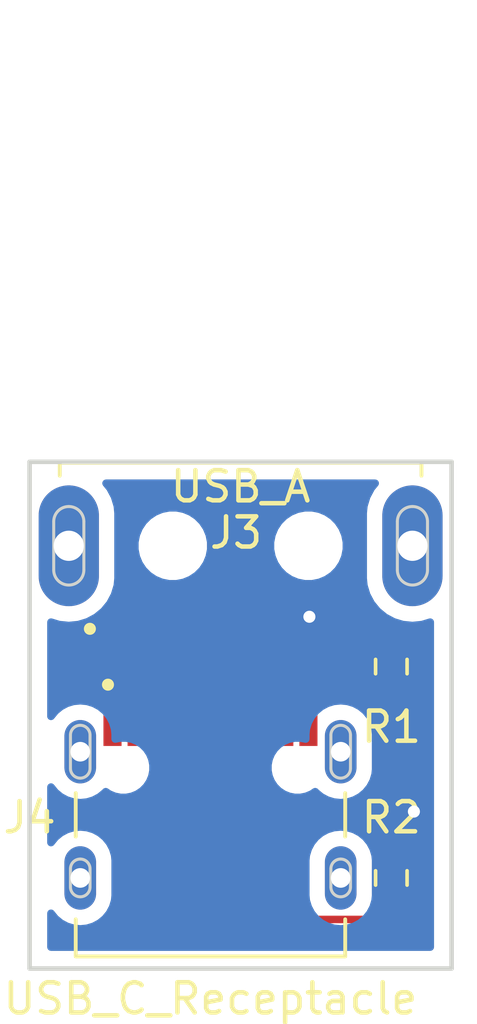
<source format=kicad_pcb>
(kicad_pcb (version 20171130) (host pcbnew "(5.1.10)-1")

  (general
    (thickness 1.6)
    (drawings 4)
    (tracks 41)
    (zones 0)
    (modules 4)
    (nets 10)
  )

  (page A4)
  (layers
    (0 F.Cu signal)
    (31 B.Cu signal)
    (32 B.Adhes user)
    (33 F.Adhes user)
    (34 B.Paste user)
    (35 F.Paste user)
    (36 B.SilkS user)
    (37 F.SilkS user)
    (38 B.Mask user)
    (39 F.Mask user)
    (40 Dwgs.User user)
    (41 Cmts.User user)
    (42 Eco1.User user)
    (43 Eco2.User user)
    (44 Edge.Cuts user)
    (45 Margin user)
    (46 B.CrtYd user)
    (47 F.CrtYd user)
    (48 B.Fab user)
    (49 F.Fab user)
  )

  (setup
    (last_trace_width 0.25)
    (trace_clearance 0.2)
    (zone_clearance 0.508)
    (zone_45_only no)
    (trace_min 0.2)
    (via_size 0.8)
    (via_drill 0.4)
    (via_min_size 0.4)
    (via_min_drill 0.3)
    (uvia_size 0.3)
    (uvia_drill 0.1)
    (uvias_allowed no)
    (uvia_min_size 0.2)
    (uvia_min_drill 0.1)
    (edge_width 0.05)
    (segment_width 0.2)
    (pcb_text_width 0.3)
    (pcb_text_size 1.5 1.5)
    (mod_edge_width 0.12)
    (mod_text_size 1 1)
    (mod_text_width 0.15)
    (pad_size 1.2 2)
    (pad_drill 0)
    (pad_to_mask_clearance 0)
    (aux_axis_origin 0 0)
    (visible_elements 7FFFF7FF)
    (pcbplotparams
      (layerselection 0x010fc_ffffffff)
      (usegerberextensions false)
      (usegerberattributes true)
      (usegerberadvancedattributes true)
      (creategerberjobfile true)
      (excludeedgelayer true)
      (linewidth 0.100000)
      (plotframeref false)
      (viasonmask false)
      (mode 1)
      (useauxorigin false)
      (hpglpennumber 1)
      (hpglpenspeed 20)
      (hpglpendiameter 15.000000)
      (psnegative false)
      (psa4output false)
      (plotreference true)
      (plotvalue true)
      (plotinvisibletext false)
      (padsonsilk false)
      (subtractmaskfromsilk false)
      (outputformat 1)
      (mirror false)
      (drillshape 1)
      (scaleselection 1)
      (outputdirectory ""))
  )

  (net 0 "")
  (net 1 "Net-(J3-Pad3)")
  (net 2 "Net-(J3-Pad2)")
  (net 3 "Net-(J3-Pad1)")
  (net 4 "Net-(J4-PadS1)")
  (net 5 "Net-(J4-PadB8)")
  (net 6 "Net-(J4-PadB5)")
  (net 7 "Net-(J4-PadA8)")
  (net 8 "Net-(J4-PadA5)")
  (net 9 GND)

  (net_class Default "This is the default net class."
    (clearance 0.2)
    (trace_width 0.25)
    (via_dia 0.8)
    (via_drill 0.4)
    (uvia_dia 0.3)
    (uvia_drill 0.1)
    (add_net GND)
    (add_net "Net-(J3-Pad1)")
    (add_net "Net-(J3-Pad2)")
    (add_net "Net-(J3-Pad3)")
    (add_net "Net-(J4-PadA5)")
    (add_net "Net-(J4-PadA8)")
    (add_net "Net-(J4-PadB5)")
    (add_net "Net-(J4-PadB8)")
    (add_net "Net-(J4-PadS1)")
  )

  (module TYPE-C-31-M-12:HRO_TYPE-C-31-M-12 (layer F.Cu) (tedit 0) (tstamp 60B03FF2)
    (at 117 -4)
    (path /60AF1D62)
    (attr smd)
    (fp_text reference J4 (at -6 -2) (layer F.SilkS)
      (effects (font (size 1 1) (thickness 0.15)))
    )
    (fp_text value USB_C_Receptacle (at 0 4 180) (layer F.SilkS)
      (effects (font (size 1 1) (thickness 0.15)))
    )
    (fp_circle (center -3.4 -6.4) (end -3.3 -6.4) (layer F.SilkS) (width 0.2))
    (fp_circle (center -3.4 -6.4) (end -3.3 -6.4) (layer Eco2.User) (width 0.2))
    (fp_line (start -5.095 -6.07) (end -5.095 2.85) (layer Eco1.User) (width 0.05))
    (fp_line (start 5.095 -6.07) (end -5.095 -6.07) (layer Eco1.User) (width 0.05))
    (fp_line (start 5.095 2.85) (end 5.095 -6.07) (layer Eco1.User) (width 0.05))
    (fp_line (start -5.095 2.85) (end 5.095 2.85) (layer Eco1.User) (width 0.05))
    (fp_line (start -4.47 2.6) (end -4.47 1.37) (layer F.SilkS) (width 0.127))
    (fp_line (start 4.47 2.6) (end -4.47 2.6) (layer F.SilkS) (width 0.127))
    (fp_line (start 4.47 1.37) (end 4.47 2.6) (layer F.SilkS) (width 0.127))
    (fp_line (start 4.47 -2.81) (end 4.47 -1.37) (layer F.SilkS) (width 0.127))
    (fp_line (start -4.47 -2.81) (end -4.47 -1.37) (layer F.SilkS) (width 0.127))
    (fp_line (start -4.47 -4.7) (end -4.47 2.6) (layer Eco2.User) (width 0.127))
    (fp_line (start 4.47 -4.7) (end -4.47 -4.7) (layer Eco2.User) (width 0.127))
    (fp_line (start 4.47 2.6) (end 4.47 -4.7) (layer Eco2.User) (width 0.127))
    (fp_line (start -4.47 2.6) (end 4.47 2.6) (layer Eco2.User) (width 0.127))
    (fp_line (start 4.645 0.3) (end 4.645 -0.3) (layer Edge.Cuts) (width 0.1))
    (fp_line (start 3.995 -0.3) (end 3.995 0.3) (layer Edge.Cuts) (width 0.1))
    (fp_line (start -3.995 0.3) (end -3.995 -0.3) (layer Edge.Cuts) (width 0.1))
    (fp_line (start -4.645 -0.3) (end -4.645 0.3) (layer Edge.Cuts) (width 0.1))
    (fp_line (start 4.645 -3.63) (end 4.645 -4.73) (layer Edge.Cuts) (width 0.1))
    (fp_line (start 3.995 -4.73) (end 3.995 -3.63) (layer Edge.Cuts) (width 0.1))
    (fp_line (start -3.995 -3.63) (end -3.995 -4.73) (layer Edge.Cuts) (width 0.1))
    (fp_line (start -4.645 -4.73) (end -4.645 -3.63) (layer Edge.Cuts) (width 0.1))
    (fp_arc (start 4.32 -0.3) (end 3.995 -0.3) (angle 90) (layer Edge.Cuts) (width 0.1))
    (fp_arc (start 4.32 -0.3) (end 4.32 -0.625) (angle 90) (layer Edge.Cuts) (width 0.1))
    (fp_arc (start 4.32 0.3) (end 4.645 0.3) (angle 90) (layer Edge.Cuts) (width 0.1))
    (fp_arc (start 4.32 0.3) (end 4.32 0.625) (angle 90) (layer Edge.Cuts) (width 0.1))
    (fp_arc (start -4.32 -0.3) (end -4.645 -0.3) (angle 90) (layer Edge.Cuts) (width 0.1))
    (fp_arc (start -4.32 -0.3) (end -4.32 -0.625) (angle 90) (layer Edge.Cuts) (width 0.1))
    (fp_arc (start -4.32 0.3) (end -3.995 0.3) (angle 90) (layer Edge.Cuts) (width 0.1))
    (fp_arc (start -4.32 0.3) (end -4.32 0.625) (angle 90) (layer Edge.Cuts) (width 0.1))
    (fp_arc (start 4.32 -4.73) (end 3.995 -4.73) (angle 90) (layer Edge.Cuts) (width 0.1))
    (fp_arc (start 4.32 -4.73) (end 4.32 -5.055) (angle 90) (layer Edge.Cuts) (width 0.1))
    (fp_arc (start 4.32 -3.63) (end 4.645 -3.63) (angle 90) (layer Edge.Cuts) (width 0.1))
    (fp_arc (start 4.32 -3.63) (end 4.32 -3.305) (angle 90) (layer Edge.Cuts) (width 0.1))
    (fp_arc (start -4.32 -4.73) (end -4.645 -4.73) (angle 90) (layer Edge.Cuts) (width 0.1))
    (fp_arc (start -4.32 -4.73) (end -4.32 -5.055) (angle 90) (layer Edge.Cuts) (width 0.1))
    (fp_arc (start -4.32 -3.63) (end -3.995 -3.63) (angle 90) (layer Edge.Cuts) (width 0.1))
    (fp_arc (start -4.32 -3.63) (end -4.32 -3.305) (angle 90) (layer Edge.Cuts) (width 0.1))
    (pad Hole np_thru_hole circle (at 2.89 -3.65) (size 0.7 0.7) (drill 0.7) (layers *.Cu *.Mask))
    (pad Hole np_thru_hole circle (at -2.89 -3.65) (size 0.7 0.7) (drill 0.7) (layers *.Cu *.Mask))
    (pad S4 thru_hole oval (at 4.32 0 90) (size 2.1 1.05) (drill 0.65) (layers *.Cu *.Mask))
    (pad S3 thru_hole oval (at -4.32 0 90) (size 2.1 1.05) (drill 0.65) (layers *.Cu *.Mask))
    (pad S2 thru_hole oval (at 4.32 -4.18 90) (size 2.1 1.05) (drill 0.65) (layers *.Cu *.Mask))
    (pad S1 thru_hole oval (at -4.32 -4.18 90) (size 2.1 1.05) (drill 0.65) (layers *.Cu *.Mask)
      (net 4 "Net-(J4-PadS1)"))
    (pad B1A12 smd rect (at 3.25 -5.095) (size 0.6 1.45) (layers F.Cu F.Paste))
    (pad B4A9 smd rect (at 2.45 -5.095) (size 0.6 1.45) (layers F.Cu F.Paste))
    (pad B5 smd rect (at 1.75 -5.095) (size 0.3 1.45) (layers F.Cu F.Paste)
      (net 6 "Net-(J4-PadB5)"))
    (pad A8 smd rect (at 1.25 -5.095) (size 0.3 1.45) (layers F.Cu F.Paste)
      (net 7 "Net-(J4-PadA8)"))
    (pad B6 smd rect (at 0.75 -5.095) (size 0.3 1.45) (layers F.Cu F.Paste)
      (net 1 "Net-(J3-Pad3)"))
    (pad A7 smd rect (at 0.25 -5.095) (size 0.3 1.45) (layers F.Cu F.Paste)
      (net 2 "Net-(J3-Pad2)"))
    (pad B8 smd rect (at -1.75 -5.095) (size 0.3 1.45) (layers F.Cu F.Paste)
      (net 5 "Net-(J4-PadB8)"))
    (pad A5 smd rect (at -1.25 -5.095) (size 0.3 1.45) (layers F.Cu F.Paste)
      (net 8 "Net-(J4-PadA5)"))
    (pad B7 smd rect (at -0.75 -5.095) (size 0.3 1.45) (layers F.Cu F.Paste)
      (net 2 "Net-(J3-Pad2)"))
    (pad A6 smd rect (at -0.25 -5.095) (size 0.3 1.45) (layers F.Cu F.Paste)
      (net 1 "Net-(J3-Pad3)"))
    (pad A4B9 smd rect (at -2.45 -5.095) (size 0.6 1.45) (layers F.Cu F.Paste))
    (pad A1B12 smd rect (at -3.25 -5.095) (size 0.6 1.45) (layers F.Cu F.Paste))
    (model "${KIPRJMOD}/Component Libraries/TYPE-C-31-M-12.step"
      (at (xyz 0 0 0))
      (scale (xyz 1 1 1))
      (rotate (xyz -90 0 0))
    )
  )

  (module Resistor_SMD:R_0603_1608Metric (layer F.Cu) (tedit 5F68FEEE) (tstamp 60B29E88)
    (at 123 -4 90)
    (descr "Resistor SMD 0603 (1608 Metric), square (rectangular) end terminal, IPC_7351 nominal, (Body size source: IPC-SM-782 page 72, https://www.pcb-3d.com/wordpress/wp-content/uploads/ipc-sm-782a_amendment_1_and_2.pdf), generated with kicad-footprint-generator")
    (tags resistor)
    (path /60B16707)
    (attr smd)
    (fp_text reference R2 (at 2 0 180) (layer F.SilkS)
      (effects (font (size 1 1) (thickness 0.15)))
    )
    (fp_text value 5.1k (at 0 2 90) (layer F.Fab)
      (effects (font (size 1 1) (thickness 0.15)))
    )
    (fp_line (start -0.8 0.4125) (end -0.8 -0.4125) (layer F.Fab) (width 0.1))
    (fp_line (start -0.8 -0.4125) (end 0.8 -0.4125) (layer F.Fab) (width 0.1))
    (fp_line (start 0.8 -0.4125) (end 0.8 0.4125) (layer F.Fab) (width 0.1))
    (fp_line (start 0.8 0.4125) (end -0.8 0.4125) (layer F.Fab) (width 0.1))
    (fp_line (start -0.237258 -0.5225) (end 0.237258 -0.5225) (layer F.SilkS) (width 0.12))
    (fp_line (start -0.237258 0.5225) (end 0.237258 0.5225) (layer F.SilkS) (width 0.12))
    (fp_line (start -1.48 0.73) (end -1.48 -0.73) (layer F.CrtYd) (width 0.05))
    (fp_line (start -1.48 -0.73) (end 1.48 -0.73) (layer F.CrtYd) (width 0.05))
    (fp_line (start 1.48 -0.73) (end 1.48 0.73) (layer F.CrtYd) (width 0.05))
    (fp_line (start 1.48 0.73) (end -1.48 0.73) (layer F.CrtYd) (width 0.05))
    (fp_text user %R (at 0 0 90) (layer F.Fab)
      (effects (font (size 0.4 0.4) (thickness 0.06)))
    )
    (pad 2 smd roundrect (at 0.825 0 90) (size 0.8 0.95) (layers F.Cu F.Paste F.Mask) (roundrect_rratio 0.25)
      (net 9 GND))
    (pad 1 smd roundrect (at -0.825 0 90) (size 0.8 0.95) (layers F.Cu F.Paste F.Mask) (roundrect_rratio 0.25)
      (net 8 "Net-(J4-PadA5)"))
    (model ${KISYS3DMOD}/Resistor_SMD.3dshapes/R_0603_1608Metric.wrl
      (at (xyz 0 0 0))
      (scale (xyz 1 1 1))
      (rotate (xyz 0 0 0))
    )
  )

  (module Resistor_SMD:R_0603_1608Metric (layer F.Cu) (tedit 5F68FEEE) (tstamp 60B29D71)
    (at 123 -11 90)
    (descr "Resistor SMD 0603 (1608 Metric), square (rectangular) end terminal, IPC_7351 nominal, (Body size source: IPC-SM-782 page 72, https://www.pcb-3d.com/wordpress/wp-content/uploads/ipc-sm-782a_amendment_1_and_2.pdf), generated with kicad-footprint-generator")
    (tags resistor)
    (path /60B15ED0)
    (attr smd)
    (fp_text reference R1 (at -2 0 180) (layer F.SilkS)
      (effects (font (size 1 1) (thickness 0.15)))
    )
    (fp_text value 5.1k (at 0 2 90) (layer F.Fab)
      (effects (font (size 1 1) (thickness 0.15)))
    )
    (fp_line (start 1.48 0.73) (end -1.48 0.73) (layer F.CrtYd) (width 0.05))
    (fp_line (start 1.48 -0.73) (end 1.48 0.73) (layer F.CrtYd) (width 0.05))
    (fp_line (start -1.48 -0.73) (end 1.48 -0.73) (layer F.CrtYd) (width 0.05))
    (fp_line (start -1.48 0.73) (end -1.48 -0.73) (layer F.CrtYd) (width 0.05))
    (fp_line (start -0.237258 0.5225) (end 0.237258 0.5225) (layer F.SilkS) (width 0.12))
    (fp_line (start -0.237258 -0.5225) (end 0.237258 -0.5225) (layer F.SilkS) (width 0.12))
    (fp_line (start 0.8 0.4125) (end -0.8 0.4125) (layer F.Fab) (width 0.1))
    (fp_line (start 0.8 -0.4125) (end 0.8 0.4125) (layer F.Fab) (width 0.1))
    (fp_line (start -0.8 -0.4125) (end 0.8 -0.4125) (layer F.Fab) (width 0.1))
    (fp_line (start -0.8 0.4125) (end -0.8 -0.4125) (layer F.Fab) (width 0.1))
    (fp_text user %R (at 0 0) (layer F.Fab)
      (effects (font (size 0.4 0.4) (thickness 0.06)))
    )
    (pad 1 smd roundrect (at -0.825 0 90) (size 0.8 0.95) (layers F.Cu F.Paste F.Mask) (roundrect_rratio 0.25)
      (net 6 "Net-(J4-PadB5)"))
    (pad 2 smd roundrect (at 0.825 0 90) (size 0.8 0.95) (layers F.Cu F.Paste F.Mask) (roundrect_rratio 0.25)
      (net 9 GND))
    (model ${KISYS3DMOD}/Resistor_SMD.3dshapes/R_0603_1608Metric.wrl
      (at (xyz 0 0 0))
      (scale (xyz 1 1 1))
      (rotate (xyz 0 0 0))
    )
  )

  (module USB_A:MOLEX_480-37-1000 (layer F.Cu) (tedit 60B0A4C2) (tstamp 60B3773A)
    (at 118 -15 180)
    (path /60AEAAA6)
    (attr smd)
    (fp_text reference J3 (at 0.15 0.43) (layer F.SilkS)
      (effects (font (size 1 1) (thickness 0.15)))
    )
    (fp_text value USB_A (at 0 1.96) (layer F.SilkS)
      (effects (font (size 1 1) (thickness 0.15)))
    )
    (fp_line (start -6.2 0.8) (end -6.2 -0.8) (layer Edge.Cuts) (width 0.1))
    (fp_line (start -5.2 -0.8) (end -5.2 0.8) (layer Edge.Cuts) (width 0.1))
    (fp_line (start 5.2 0.8) (end 5.2 -0.8) (layer Edge.Cuts) (width 0.1))
    (fp_line (start 6.2 -0.8) (end 6.2 0.8) (layer Edge.Cuts) (width 0.1))
    (fp_line (start 6 2.75) (end -6 2.75) (layer Eco2.User) (width 0.127))
    (fp_circle (center 5 -2.75) (end 5.1 -2.75) (layer Eco2.User) (width 0.2))
    (fp_circle (center 5 -2.75) (end 5.1 -2.75) (layer F.SilkS) (width 0.2))
    (fp_line (start 6.25 2.25) (end 6.25 18.05) (layer Eco1.User) (width 0.05))
    (fp_line (start 6.95 2.25) (end 6.25 2.25) (layer Eco1.User) (width 0.05))
    (fp_line (start 6.95 -3.85) (end 6.95 2.25) (layer Eco1.User) (width 0.05))
    (fp_line (start -6.95 -3.85) (end 6.95 -3.85) (layer Eco1.User) (width 0.05))
    (fp_line (start -6.95 2.25) (end -6.95 -3.85) (layer Eco1.User) (width 0.05))
    (fp_line (start -6.25 2.25) (end -6.95 2.25) (layer Eco1.User) (width 0.05))
    (fp_line (start -6.25 18.05) (end -6.25 2.25) (layer Eco1.User) (width 0.05))
    (fp_line (start 6.25 18.05) (end -6.25 18.05) (layer Eco1.User) (width 0.05))
    (fp_line (start 6 2.75) (end -6 2.75) (layer F.SilkS) (width 0.127))
    (fp_line (start 6 2.32) (end 6 2.75) (layer F.SilkS) (width 0.127))
    (fp_line (start -6 2.75) (end -6 2.32) (layer F.SilkS) (width 0.127))
    (fp_line (start 6 2.75) (end 6 17.8) (layer Eco2.User) (width 0.127))
    (fp_line (start 6 -1) (end 6 2.75) (layer Eco2.User) (width 0.127))
    (fp_line (start -6 -1) (end 6 -1) (layer Eco2.User) (width 0.127))
    (fp_line (start -6 2.75) (end -6 -1) (layer Eco2.User) (width 0.127))
    (fp_line (start -6 17.8) (end -6 2.75) (layer Eco2.User) (width 0.127))
    (fp_line (start 6 17.8) (end -6 17.8) (layer Eco2.User) (width 0.127))
    (fp_arc (start -5.7 -0.8) (end -5.2 -0.8) (angle -90) (layer Edge.Cuts) (width 0.1))
    (fp_arc (start -5.7 -0.8) (end -5.7 -1.3) (angle -90) (layer Edge.Cuts) (width 0.1))
    (fp_arc (start -5.7 0.8) (end -6.2 0.8) (angle -90) (layer Edge.Cuts) (width 0.1))
    (fp_arc (start -5.7 0.8) (end -5.7 1.3) (angle -90) (layer Edge.Cuts) (width 0.1))
    (fp_arc (start 5.7 -0.8) (end 6.2 -0.8) (angle -90) (layer Edge.Cuts) (width 0.1))
    (fp_arc (start 5.7 -0.8) (end 5.7 -1.3) (angle -90) (layer Edge.Cuts) (width 0.1))
    (fp_arc (start 5.7 0.8) (end 5.2 0.8) (angle -90) (layer Edge.Cuts) (width 0.1))
    (fp_arc (start 5.7 0.8) (end 5.7 1.3) (angle -90) (layer Edge.Cuts) (width 0.1))
    (pad S2 thru_hole oval (at 5.7 0 270) (size 4 2) (drill 1) (layers *.Cu *.Mask))
    (pad S1 thru_hole oval (at -5.7 0 270) (size 4 2) (drill 1) (layers *.Cu *.Mask))
    (pad 3 smd rect (at -1 -2.6 180) (size 1.2 2) (layers F.Cu F.Paste)
      (net 1 "Net-(J3-Pad3)"))
    (pad 1 smd rect (at 3.5 -2.6 180) (size 1.2 2) (layers F.Cu F.Paste)
      (net 3 "Net-(J3-Pad1)"))
    (pad 2 smd rect (at 1 -2.6 180) (size 1.2 2) (layers F.Cu F.Paste)
      (net 2 "Net-(J3-Pad2)"))
    (pad 4 smd rect (at -3.5 -2.6 180) (size 1.2 2) (layers F.Cu F.Paste)
      (net 9 GND))
    (pad Hole np_thru_hole circle (at 2.25 0 180) (size 1.25 1.25) (drill 1.25) (layers *.Cu *.Mask))
    (pad Hole np_thru_hole circle (at -2.25 0 180) (size 1.25 1.25) (drill 1.25) (layers *.Cu *.Mask))
    (model "${KIPRJMOD}/Component Libraries/USB_A 3D Model.stp"
      (offset (xyz 0 -8 0))
      (scale (xyz 1 1 1))
      (rotate (xyz 90 180 180))
    )
  )

  (gr_line (start 125 -17.78) (end 125 -1) (layer Edge.Cuts) (width 0.15) (tstamp 60B87488))
  (gr_line (start 111 -17.78) (end 111 -1) (layer Edge.Cuts) (width 0.15) (tstamp 60B87481))
  (gr_line (start 111 -1) (end 125 -1) (layer Edge.Cuts) (width 0.15))
  (gr_line (start 111 -17.78) (end 125 -17.78) (layer Edge.Cuts) (width 0.15))

  (segment (start 119 -12.4) (end 118.75 -12.15) (width 0.25) (layer F.Cu) (net 1))
  (segment (start 119 -12) (end 118.75 -11.75) (width 0.25) (layer F.Cu) (net 1))
  (segment (start 119 -12.4) (end 119 -12) (width 0.25) (layer F.Cu) (net 1))
  (segment (start 117.774999 -9.070001) (end 117.75 -9.095) (width 0.25) (layer F.Cu) (net 1))
  (segment (start 116.75 -10.75) (end 117.25 -10.75) (width 0.25) (layer F.Cu) (net 1))
  (segment (start 116.75 -9.095) (end 116.75 -10.75) (width 0.25) (layer F.Cu) (net 1))
  (segment (start 119 -12.4) (end 119 -11.15) (width 0.25) (layer F.Cu) (net 1))
  (segment (start 119 -11.15) (end 118.6 -10.75) (width 0.25) (layer F.Cu) (net 1))
  (segment (start 117.75 -10.25) (end 117.75 -9.095) (width 0.25) (layer F.Cu) (net 1))
  (segment (start 118.6 -10.75) (end 117.25 -10.75) (width 0.25) (layer F.Cu) (net 1))
  (segment (start 117.25 -10.75) (end 117.75 -10.25) (width 0.25) (layer F.Cu) (net 1))
  (segment (start 117 -12.4) (end 117.25 -12.15) (width 0.25) (layer F.Cu) (net 2))
  (segment (start 117.325001 -8.044999) (end 117.25 -8.12) (width 0.25) (layer F.Cu) (net 2))
  (segment (start 116.325001 -8.044999) (end 117.325001 -8.044999) (width 0.25) (layer F.Cu) (net 2))
  (segment (start 116.25 -8.12) (end 116.325001 -8.044999) (width 0.25) (layer F.Cu) (net 2))
  (segment (start 116.25 -9.095) (end 116.25 -8.12) (width 0.25) (layer F.Cu) (net 2))
  (segment (start 117.174999 -8.044999) (end 117.25 -8.12) (width 0.25) (layer F.Cu) (net 2))
  (segment (start 117.25 -8.12) (end 117.25 -9.095) (width 0.25) (layer F.Cu) (net 2))
  (segment (start 116.339999 -8.044999) (end 117.174999 -8.044999) (width 0.25) (layer F.Cu) (net 2))
  (segment (start 116.274999 -8.109999) (end 116.339999 -8.044999) (width 0.25) (layer F.Cu) (net 2))
  (segment (start 116.274999 -11.674999) (end 116.274999 -8.109999) (width 0.25) (layer F.Cu) (net 2))
  (segment (start 117 -12.4) (end 116.274999 -11.674999) (width 0.25) (layer F.Cu) (net 2))
  (segment (start 118.75 -8.64499) (end 118.824999 -8.64499) (width 0.25) (layer F.Cu) (net 6))
  (segment (start 123 -6.4648) (end 123 -10.175) (width 0.25) (layer F.Cu) (net 6))
  (segment (start 122.5931 -6.0579) (end 123 -6.4648) (width 0.25) (layer F.Cu) (net 6))
  (segment (start 119.2276 -6.0579) (end 122.5931 -6.0579) (width 0.25) (layer F.Cu) (net 6))
  (segment (start 118.75 -6.5355) (end 119.2276 -6.0579) (width 0.25) (layer F.Cu) (net 6))
  (segment (start 118.75 -9.095) (end 118.75 -6.5355) (width 0.25) (layer F.Cu) (net 6))
  (segment (start 115.75 -9.095) (end 115.75 -5.25) (width 0.25) (layer F.Cu) (net 8))
  (segment (start 122.44999 -2.62499) (end 123 -3.175) (width 0.25) (layer F.Cu) (net 8))
  (segment (start 118.37501 -2.62499) (end 122.44999 -2.62499) (width 0.25) (layer F.Cu) (net 8))
  (segment (start 115.75 -5.25) (end 118.37501 -2.62499) (width 0.25) (layer F.Cu) (net 8))
  (segment (start 121.5 -12.4) (end 121.5 -12.325) (width 0.25) (layer F.Cu) (net 9))
  (segment (start 122.425 -12.4) (end 123 -11.825) (width 0.25) (layer F.Cu) (net 9))
  (segment (start 121.5 -12.4) (end 122.425 -12.4) (width 0.25) (layer F.Cu) (net 9))
  (via (at 120.2817 -12.6492) (size 0.8) (drill 0.4) (layers F.Cu B.Cu) (net 9))
  (segment (start 120.5309 -12.4) (end 120.2817 -12.6492) (width 0.25) (layer F.Cu) (net 9))
  (segment (start 121.5 -12.4) (end 120.5309 -12.4) (width 0.25) (layer F.Cu) (net 9))
  (via (at 123.7488 -6.1976) (size 0.8) (drill 0.4) (layers F.Cu B.Cu) (net 9))
  (segment (start 123 -5.4488) (end 123.7488 -6.1976) (width 0.25) (layer F.Cu) (net 9))
  (segment (start 123 -4.825) (end 123 -5.4488) (width 0.25) (layer F.Cu) (net 9))

  (zone (net 9) (net_name GND) (layer B.Cu) (tstamp 0) (hatch edge 0.508)
    (connect_pads yes (clearance 0.508))
    (min_thickness 0.254)
    (fill yes (arc_segments 32) (thermal_gap 0.508) (thermal_bridge_width 0.508))
    (polygon
      (pts
        (xy 124.7775 -17.5895) (xy 125.1585 -1.1557) (xy 110.998 -1.27) (xy 111.1377 -17.653)
      )
    )
    (filled_polygon
      (pts
        (xy 122.33397 -16.912752) (xy 122.182149 -16.628715) (xy 122.088658 -16.320516) (xy 122.065001 -16.080322) (xy 122.065 -13.919679)
        (xy 122.088657 -13.679485) (xy 122.182148 -13.371286) (xy 122.333969 -13.087249) (xy 122.538286 -12.838286) (xy 122.787248 -12.633969)
        (xy 123.071285 -12.482148) (xy 123.379484 -12.388657) (xy 123.7 -12.357089) (xy 124.020515 -12.388657) (xy 124.29 -12.470404)
        (xy 124.290001 -1.71) (xy 111.71 -1.71) (xy 111.71 -2.828974) (xy 111.71083 -2.827421) (xy 111.855789 -2.650788)
        (xy 112.032422 -2.505829) (xy 112.233941 -2.398115) (xy 112.452601 -2.331785) (xy 112.68 -2.309388) (xy 112.9074 -2.331785)
        (xy 113.12606 -2.398115) (xy 113.327579 -2.505829) (xy 113.504212 -2.650788) (xy 113.649171 -2.827421) (xy 113.756885 -3.02894)
        (xy 113.823215 -3.2476) (xy 113.84 -3.418021) (xy 113.84 -4.581978) (xy 120.16 -4.581978) (xy 120.16 -3.418021)
        (xy 120.176785 -3.2476) (xy 120.243115 -3.02894) (xy 120.35083 -2.827421) (xy 120.495789 -2.650788) (xy 120.672422 -2.505829)
        (xy 120.873941 -2.398115) (xy 121.092601 -2.331785) (xy 121.32 -2.309388) (xy 121.5474 -2.331785) (xy 121.76606 -2.398115)
        (xy 121.967579 -2.505829) (xy 122.144212 -2.650788) (xy 122.289171 -2.827421) (xy 122.396885 -3.02894) (xy 122.463215 -3.2476)
        (xy 122.48 -3.418021) (xy 122.48 -4.581979) (xy 122.463215 -4.7524) (xy 122.396885 -4.97106) (xy 122.289171 -5.172579)
        (xy 122.144212 -5.349212) (xy 121.967578 -5.494171) (xy 121.766059 -5.601885) (xy 121.547399 -5.668215) (xy 121.32 -5.690612)
        (xy 121.0926 -5.668215) (xy 120.87394 -5.601885) (xy 120.672421 -5.494171) (xy 120.495788 -5.349212) (xy 120.350829 -5.172578)
        (xy 120.243115 -4.971059) (xy 120.176785 -4.752399) (xy 120.16 -4.581978) (xy 113.84 -4.581978) (xy 113.84 -4.581979)
        (xy 113.823215 -4.7524) (xy 113.756885 -4.97106) (xy 113.649171 -5.172579) (xy 113.504212 -5.349212) (xy 113.327578 -5.494171)
        (xy 113.126059 -5.601885) (xy 112.907399 -5.668215) (xy 112.68 -5.690612) (xy 112.4526 -5.668215) (xy 112.23394 -5.601885)
        (xy 112.032421 -5.494171) (xy 111.855788 -5.349212) (xy 111.710829 -5.172578) (xy 111.71 -5.171027) (xy 111.71 -7.008974)
        (xy 111.71083 -7.007421) (xy 111.855789 -6.830788) (xy 112.032422 -6.685829) (xy 112.233941 -6.578115) (xy 112.452601 -6.511785)
        (xy 112.68 -6.489388) (xy 112.9074 -6.511785) (xy 113.12606 -6.578115) (xy 113.327579 -6.685829) (xy 113.504212 -6.830788)
        (xy 113.525062 -6.856194) (xy 113.643428 -6.777104) (xy 113.822686 -6.702853) (xy 114.012986 -6.665) (xy 114.207014 -6.665)
        (xy 114.397314 -6.702853) (xy 114.576572 -6.777104) (xy 114.737901 -6.884901) (xy 114.875099 -7.022099) (xy 114.982896 -7.183428)
        (xy 115.057147 -7.362686) (xy 115.095 -7.552986) (xy 115.095 -7.747014) (xy 118.905 -7.747014) (xy 118.905 -7.552986)
        (xy 118.942853 -7.362686) (xy 119.017104 -7.183428) (xy 119.124901 -7.022099) (xy 119.262099 -6.884901) (xy 119.423428 -6.777104)
        (xy 119.602686 -6.702853) (xy 119.792986 -6.665) (xy 119.987014 -6.665) (xy 120.177314 -6.702853) (xy 120.356572 -6.777104)
        (xy 120.474939 -6.856194) (xy 120.495789 -6.830788) (xy 120.672422 -6.685829) (xy 120.873941 -6.578115) (xy 121.092601 -6.511785)
        (xy 121.32 -6.489388) (xy 121.5474 -6.511785) (xy 121.76606 -6.578115) (xy 121.967579 -6.685829) (xy 122.144212 -6.830788)
        (xy 122.289171 -7.007421) (xy 122.396885 -7.20894) (xy 122.463215 -7.4276) (xy 122.48 -7.598021) (xy 122.48 -8.761979)
        (xy 122.463215 -8.9324) (xy 122.396885 -9.15106) (xy 122.289171 -9.352579) (xy 122.144212 -9.529212) (xy 121.967578 -9.674171)
        (xy 121.766059 -9.781885) (xy 121.547399 -9.848215) (xy 121.32 -9.870612) (xy 121.0926 -9.848215) (xy 120.87394 -9.781885)
        (xy 120.672421 -9.674171) (xy 120.495788 -9.529212) (xy 120.350829 -9.352578) (xy 120.243115 -9.151059) (xy 120.176785 -8.932399)
        (xy 120.16 -8.761978) (xy 120.16 -8.600591) (xy 119.987014 -8.635) (xy 119.792986 -8.635) (xy 119.602686 -8.597147)
        (xy 119.423428 -8.522896) (xy 119.262099 -8.415099) (xy 119.124901 -8.277901) (xy 119.017104 -8.116572) (xy 118.942853 -7.937314)
        (xy 118.905 -7.747014) (xy 115.095 -7.747014) (xy 115.057147 -7.937314) (xy 114.982896 -8.116572) (xy 114.875099 -8.277901)
        (xy 114.737901 -8.415099) (xy 114.576572 -8.522896) (xy 114.397314 -8.597147) (xy 114.207014 -8.635) (xy 114.012986 -8.635)
        (xy 113.84 -8.600591) (xy 113.84 -8.761979) (xy 113.823215 -8.9324) (xy 113.756885 -9.15106) (xy 113.649171 -9.352579)
        (xy 113.504212 -9.529212) (xy 113.327578 -9.674171) (xy 113.126059 -9.781885) (xy 112.907399 -9.848215) (xy 112.68 -9.870612)
        (xy 112.4526 -9.848215) (xy 112.23394 -9.781885) (xy 112.032421 -9.674171) (xy 111.855788 -9.529212) (xy 111.710829 -9.352578)
        (xy 111.71 -9.351027) (xy 111.71 -12.470404) (xy 111.979484 -12.388657) (xy 112.3 -12.357089) (xy 112.620515 -12.388657)
        (xy 112.928714 -12.482148) (xy 113.212751 -12.633969) (xy 113.461714 -12.838286) (xy 113.666031 -13.087248) (xy 113.817852 -13.371285)
        (xy 113.911343 -13.679484) (xy 113.935 -13.919678) (xy 113.935 -15.124099) (xy 114.49 -15.124099) (xy 114.49 -14.875901)
        (xy 114.538421 -14.632471) (xy 114.633402 -14.403166) (xy 114.771294 -14.196797) (xy 114.946797 -14.021294) (xy 115.153166 -13.883402)
        (xy 115.382471 -13.788421) (xy 115.625901 -13.74) (xy 115.874099 -13.74) (xy 116.117529 -13.788421) (xy 116.346834 -13.883402)
        (xy 116.553203 -14.021294) (xy 116.728706 -14.196797) (xy 116.866598 -14.403166) (xy 116.961579 -14.632471) (xy 117.01 -14.875901)
        (xy 117.01 -15.124099) (xy 118.99 -15.124099) (xy 118.99 -14.875901) (xy 119.038421 -14.632471) (xy 119.133402 -14.403166)
        (xy 119.271294 -14.196797) (xy 119.446797 -14.021294) (xy 119.653166 -13.883402) (xy 119.882471 -13.788421) (xy 120.125901 -13.74)
        (xy 120.374099 -13.74) (xy 120.617529 -13.788421) (xy 120.846834 -13.883402) (xy 121.053203 -14.021294) (xy 121.228706 -14.196797)
        (xy 121.366598 -14.403166) (xy 121.461579 -14.632471) (xy 121.51 -14.875901) (xy 121.51 -15.124099) (xy 121.461579 -15.367529)
        (xy 121.366598 -15.596834) (xy 121.228706 -15.803203) (xy 121.053203 -15.978706) (xy 120.846834 -16.116598) (xy 120.617529 -16.211579)
        (xy 120.374099 -16.26) (xy 120.125901 -16.26) (xy 119.882471 -16.211579) (xy 119.653166 -16.116598) (xy 119.446797 -15.978706)
        (xy 119.271294 -15.803203) (xy 119.133402 -15.596834) (xy 119.038421 -15.367529) (xy 118.99 -15.124099) (xy 117.01 -15.124099)
        (xy 116.961579 -15.367529) (xy 116.866598 -15.596834) (xy 116.728706 -15.803203) (xy 116.553203 -15.978706) (xy 116.346834 -16.116598)
        (xy 116.117529 -16.211579) (xy 115.874099 -16.26) (xy 115.625901 -16.26) (xy 115.382471 -16.211579) (xy 115.153166 -16.116598)
        (xy 114.946797 -15.978706) (xy 114.771294 -15.803203) (xy 114.633402 -15.596834) (xy 114.538421 -15.367529) (xy 114.49 -15.124099)
        (xy 113.935 -15.124099) (xy 113.935 -16.080322) (xy 113.911343 -16.320516) (xy 113.817852 -16.628715) (xy 113.666031 -16.912752)
        (xy 113.536981 -17.07) (xy 122.46302 -17.07)
      )
    )
  )
)

</source>
